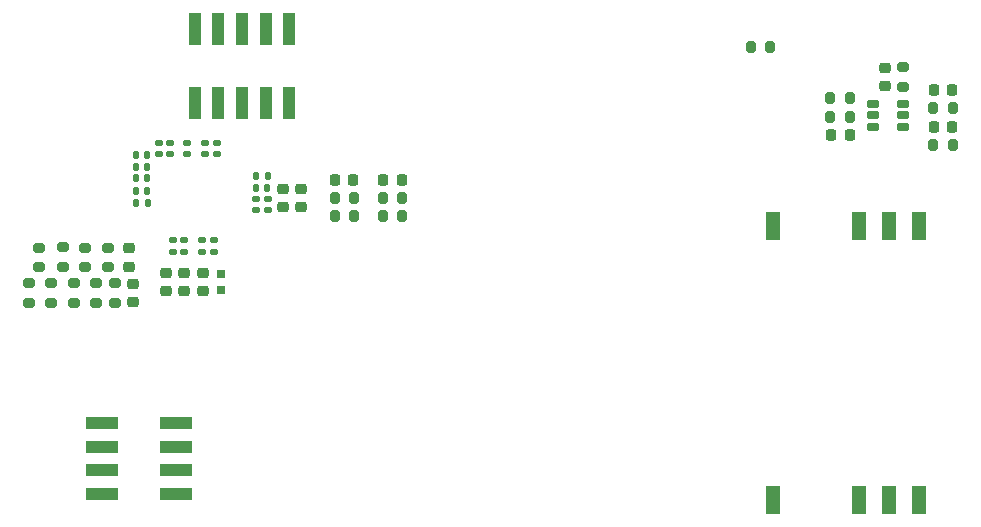
<source format=gbp>
G04 #@! TF.GenerationSoftware,KiCad,Pcbnew,8.0.0-rc1*
G04 #@! TF.CreationDate,2025-03-27T12:12:56+03:00*
G04 #@! TF.ProjectId,GSM_CT_V1.0,47534d5f-4354-45f5-9631-2e302e6b6963,rev?*
G04 #@! TF.SameCoordinates,Original*
G04 #@! TF.FileFunction,Paste,Bot*
G04 #@! TF.FilePolarity,Positive*
%FSLAX46Y46*%
G04 Gerber Fmt 4.6, Leading zero omitted, Abs format (unit mm)*
G04 Created by KiCad (PCBNEW 8.0.0-rc1) date 2025-03-27 12:12:56*
%MOMM*%
%LPD*%
G01*
G04 APERTURE LIST*
G04 Aperture macros list*
%AMRoundRect*
0 Rectangle with rounded corners*
0 $1 Rounding radius*
0 $2 $3 $4 $5 $6 $7 $8 $9 X,Y pos of 4 corners*
0 Add a 4 corners polygon primitive as box body*
4,1,4,$2,$3,$4,$5,$6,$7,$8,$9,$2,$3,0*
0 Add four circle primitives for the rounded corners*
1,1,$1+$1,$2,$3*
1,1,$1+$1,$4,$5*
1,1,$1+$1,$6,$7*
1,1,$1+$1,$8,$9*
0 Add four rect primitives between the rounded corners*
20,1,$1+$1,$2,$3,$4,$5,0*
20,1,$1+$1,$4,$5,$6,$7,0*
20,1,$1+$1,$6,$7,$8,$9,0*
20,1,$1+$1,$8,$9,$2,$3,0*%
G04 Aperture macros list end*
%ADD10RoundRect,0.225000X0.225000X0.250000X-0.225000X0.250000X-0.225000X-0.250000X0.225000X-0.250000X0*%
%ADD11RoundRect,0.225000X-0.225000X-0.250000X0.225000X-0.250000X0.225000X0.250000X-0.225000X0.250000X0*%
%ADD12RoundRect,0.218750X-0.256250X0.218750X-0.256250X-0.218750X0.256250X-0.218750X0.256250X0.218750X0*%
%ADD13RoundRect,0.140000X0.170000X-0.140000X0.170000X0.140000X-0.170000X0.140000X-0.170000X-0.140000X0*%
%ADD14RoundRect,0.225000X-0.250000X0.225000X-0.250000X-0.225000X0.250000X-0.225000X0.250000X0.225000X0*%
%ADD15RoundRect,0.200000X0.200000X0.275000X-0.200000X0.275000X-0.200000X-0.275000X0.200000X-0.275000X0*%
%ADD16R,2.750000X1.000000*%
%ADD17RoundRect,0.200000X-0.275000X0.200000X-0.275000X-0.200000X0.275000X-0.200000X0.275000X0.200000X0*%
%ADD18RoundRect,0.140000X0.140000X0.170000X-0.140000X0.170000X-0.140000X-0.170000X0.140000X-0.170000X0*%
%ADD19R,0.700000X0.650000*%
%ADD20RoundRect,0.130435X-0.419565X0.169565X-0.419565X-0.169565X0.419565X-0.169565X0.419565X0.169565X0*%
%ADD21RoundRect,0.200000X-0.200000X-0.275000X0.200000X-0.275000X0.200000X0.275000X-0.200000X0.275000X0*%
%ADD22RoundRect,0.140000X-0.170000X0.140000X-0.170000X-0.140000X0.170000X-0.140000X0.170000X0.140000X0*%
%ADD23RoundRect,0.225000X0.250000X-0.225000X0.250000X0.225000X-0.250000X0.225000X-0.250000X-0.225000X0*%
%ADD24RoundRect,0.140000X-0.140000X-0.170000X0.140000X-0.170000X0.140000X0.170000X-0.140000X0.170000X0*%
%ADD25RoundRect,0.135000X-0.135000X-0.185000X0.135000X-0.185000X0.135000X0.185000X-0.135000X0.185000X0*%
%ADD26R,1.000000X2.750000*%
%ADD27R,1.300000X2.400000*%
G04 APERTURE END LIST*
D10*
X95177500Y-89327500D03*
X93627500Y-89327500D03*
D11*
X140225000Y-84810000D03*
X141775000Y-84810000D03*
D12*
X75200000Y-97172500D03*
X75200000Y-98747500D03*
D13*
X75790000Y-95400000D03*
X75790000Y-94440000D03*
D14*
X76760000Y-97185000D03*
X76760000Y-98735000D03*
D10*
X91072500Y-89352500D03*
X89522500Y-89352500D03*
D15*
X95215000Y-92410000D03*
X93565000Y-92410000D03*
D16*
X69813263Y-109908264D03*
X76063263Y-109908264D03*
X69813263Y-111908264D03*
X76063263Y-111908264D03*
X69813263Y-113908264D03*
X76063263Y-113908264D03*
X69813263Y-115908264D03*
X76063263Y-115908264D03*
D17*
X63620000Y-98090000D03*
X63620000Y-99740000D03*
D13*
X83850000Y-91910000D03*
X83850000Y-90950000D03*
D17*
X68380000Y-95050000D03*
X68380000Y-96700000D03*
D13*
X76780000Y-95400000D03*
X76780000Y-94440000D03*
D18*
X73650000Y-90270000D03*
X72690000Y-90270000D03*
D17*
X67440000Y-98095000D03*
X67440000Y-99745000D03*
X137600000Y-79770000D03*
X137600000Y-81420000D03*
D13*
X82850000Y-91910000D03*
X82850000Y-90950000D03*
D18*
X73640000Y-87200000D03*
X72680000Y-87200000D03*
D14*
X78320000Y-97165000D03*
X78320000Y-98715000D03*
X72410000Y-98150000D03*
X72410000Y-99700000D03*
D10*
X133115000Y-85550000D03*
X131565000Y-85550000D03*
D17*
X64500000Y-95050000D03*
X64500000Y-96700000D03*
D13*
X78290000Y-95400000D03*
X78290000Y-94440000D03*
X74600000Y-87140000D03*
X74600000Y-86180000D03*
D17*
X69320000Y-98090000D03*
X69320000Y-99740000D03*
D19*
X79870000Y-98635000D03*
X79870000Y-97285000D03*
D18*
X73620000Y-89190000D03*
X72660000Y-89190000D03*
D20*
X135090000Y-84805000D03*
X135090000Y-83855000D03*
X135090000Y-82905000D03*
X137590000Y-82905000D03*
X137590000Y-83855000D03*
X137590000Y-84805000D03*
D21*
X124745000Y-78090000D03*
X126395000Y-78090000D03*
D15*
X133125000Y-82410000D03*
X131475000Y-82410000D03*
D22*
X78530000Y-86190000D03*
X78530000Y-87150000D03*
D23*
X85130000Y-91635000D03*
X85130000Y-90085000D03*
D22*
X77020000Y-86180000D03*
X77020000Y-87140000D03*
D18*
X73660000Y-91250000D03*
X72700000Y-91250000D03*
D23*
X136060000Y-81375000D03*
X136060000Y-79825000D03*
D13*
X79280000Y-95400000D03*
X79280000Y-94440000D03*
D24*
X82840000Y-89980000D03*
X83800000Y-89980000D03*
D23*
X86690000Y-91625000D03*
X86690000Y-90075000D03*
D25*
X82860000Y-88980000D03*
X83880000Y-88980000D03*
D13*
X75580000Y-87140000D03*
X75580000Y-86180000D03*
D14*
X72120000Y-95115000D03*
X72120000Y-96665000D03*
D17*
X66500000Y-95040000D03*
X66500000Y-96690000D03*
D26*
X77650000Y-76545000D03*
X77650000Y-82795000D03*
X79650000Y-76545000D03*
X79650000Y-82795000D03*
X81650000Y-76545000D03*
X81650000Y-82795000D03*
X83650000Y-76545000D03*
X83650000Y-82795000D03*
X85650000Y-76545000D03*
X85650000Y-82795000D03*
D21*
X89515000Y-90890000D03*
X91165000Y-90890000D03*
D17*
X70870000Y-98085000D03*
X70870000Y-99735000D03*
D21*
X93565000Y-90880000D03*
X95215000Y-90880000D03*
X131475000Y-83990000D03*
X133125000Y-83990000D03*
D17*
X65470000Y-98080000D03*
X65470000Y-99730000D03*
D15*
X91145000Y-92410000D03*
X89495000Y-92410000D03*
D17*
X70290000Y-95050000D03*
X70290000Y-96700000D03*
D21*
X140175000Y-83250000D03*
X141825000Y-83250000D03*
D18*
X73610000Y-88200000D03*
X72650000Y-88200000D03*
D27*
X138990000Y-116450000D03*
X136450000Y-116450000D03*
X133910000Y-116450000D03*
X133910000Y-93250000D03*
X136450000Y-93250000D03*
X138990000Y-93250000D03*
X126590000Y-116450000D03*
X126590000Y-93250000D03*
D11*
X140225000Y-81700000D03*
X141775000Y-81700000D03*
D15*
X141825000Y-86380000D03*
X140175000Y-86380000D03*
D22*
X79510000Y-86180000D03*
X79510000Y-87140000D03*
M02*

</source>
